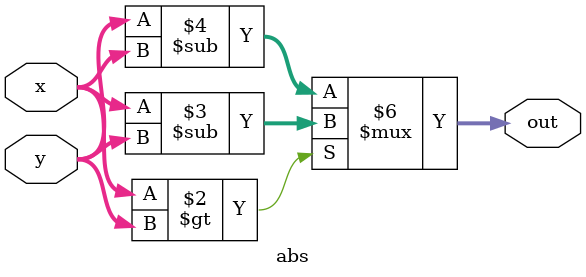
<source format=sv>
module abs #(parameter WIDTH = 11) (out, x, y);
	output logic [WIDTH-1:0] out;
	input logic [WIDTH-1:0] x, y;

	always_comb begin
		if (x > y) begin
			out = x - y;
		end
		else begin
			out = y - x;
		end
	end
endmodule 
</source>
